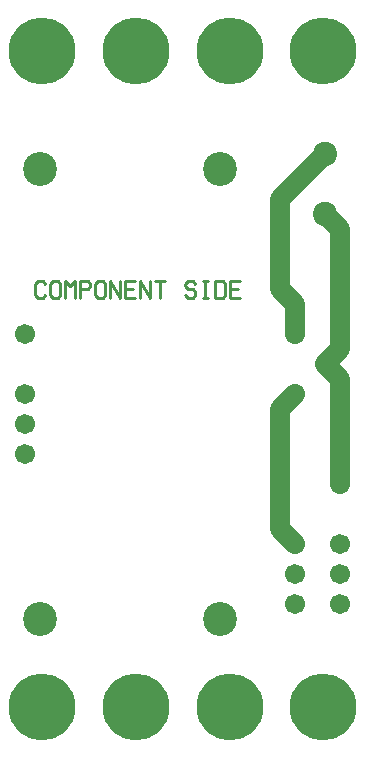
<source format=gtl>
%MOIN*%
%FSLAX25Y25*%
G04 D10 used for Character Trace; *
G04     Circle (OD=.01000) (No hole)*
G04 D11 used for Power Trace; *
G04     Circle (OD=.06700) (No hole)*
G04 D12 used for Signal Trace; *
G04     Circle (OD=.01100) (No hole)*
G04 D13 used for Via; *
G04     Circle (OD=.05800) (Round. Hole ID=.02800)*
G04 D14 used for Component hole; *
G04     Circle (OD=.06500) (Round. Hole ID=.03500)*
G04 D15 used for Component hole; *
G04     Circle (OD=.06700) (Round. Hole ID=.04300)*
G04 D16 used for Component hole; *
G04     Circle (OD=.08100) (Round. Hole ID=.05100)*
G04 D17 used for Component hole; *
G04     Circle (OD=.08900) (Round. Hole ID=.05900)*
G04 D18 used for Component hole; *
G04     Circle (OD=.11300) (Round. Hole ID=.08300)*
G04 D19 used for Component hole; *
G04     Circle (OD=.16000) (Round. Hole ID=.13000)*
G04 D20 used for Component hole; *
G04     Circle (OD=.18300) (Round. Hole ID=.15300)*
G04 D21 used for Component hole; *
G04     Circle (OD=.22291) (Round. Hole ID=.19291)*
%ADD10C,.01000*%
%ADD11C,.06700*%
%ADD12C,.01100*%
%ADD13C,.05800*%
%ADD14C,.06500*%
%ADD15C,.06700*%
%ADD16C,.08100*%
%ADD17C,.08900*%
%ADD18C,.11300*%
%ADD19C,.16000*%
%ADD20C,.18300*%
%ADD21C,.22291*%
%IPPOS*%
%LPD*%
G90*X0Y0D02*D21*X15625Y15625D03*D18*              
X15000Y45000D03*D21*X46875Y15625D03*D18*          
X75000Y45000D03*D21*X78125Y15625D03*D11*          
X100000Y70000D02*X95000Y75000D01*D15*             
X100000Y70000D03*D11*X95000Y75000D02*Y105000D01*  
D14*D03*D11*Y115000D01*X100000Y120000D01*D15*D03* 
X110000Y130000D03*D11*X115000Y125000D01*          
Y105000D01*D14*D03*D11*Y90000D01*D15*D03*         
Y70000D03*X100000Y60000D03*X115000D03*            
X100000Y50000D03*X115000D03*D11*X110000Y130000D02*
X115000Y135000D01*Y155000D01*D14*D03*D11*         
Y175000D01*X110000Y180000D01*D16*D03*D11*         
X95000Y155000D02*Y185000D01*D14*Y155000D03*D11*   
X100000Y150000D01*Y140000D01*D15*D03*D11*         
X95000Y185000D02*X110000Y200000D01*D16*D03*D21*   
X109375Y234375D03*D18*X75000Y195000D03*D21*       
X78125Y234375D03*X46875D03*X15625D03*D18*         
X15000Y195000D03*D10*X16674Y153086D02*            
X15837Y152129D01*X14163D01*X13326Y153086D01*      
Y156914D01*X14163Y157871D01*X15837D01*            
X16674Y156914D01*X21674Y153086D02*                
X20837Y152129D01*X19163D01*X18326Y153086D01*      
Y156914D01*X19163Y157871D01*X20837D01*            
X21674Y156914D01*Y153086D01*X23326Y152129D02*     
Y157871D01*X25000Y155957D01*X26674Y157871D01*     
Y152129D01*X28326D02*Y157871D01*X30837D01*        
X31674Y156914D01*Y155957D01*X30837Y155000D01*     
X28326D01*X36674Y153086D02*X35837Y152129D01*      
X34163D01*X33326Y153086D01*Y156914D01*            
X34163Y157871D01*X35837D01*X36674Y156914D01*      
Y153086D01*X38326Y152129D02*Y157871D01*           
X41674Y152129D01*Y157871D01*X46674Y152129D02*     
X43326D01*Y157871D01*X46674D01*X43326Y155000D02*  
X45837D01*X48326Y152129D02*Y157871D01*            
X51674Y152129D01*Y157871D01*X55000Y152129D02*     
Y157871D01*X53326D02*X56674D01*X66674Y156914D02*  
X65837Y157871D01*X64163D01*X63326Y156914D01*      
Y155957D01*X64163Y155000D01*X65837D01*            
X66674Y154043D01*Y153086D01*X65837Y152129D01*     
X64163D01*X63326Y153086D01*X70000Y152129D02*      
Y157871D01*X69163Y152129D02*X70837D01*            
X69163Y157871D02*X70837D01*X73326Y152129D02*      
Y157871D01*X75837D01*X76674Y156914D01*Y153086D01* 
X75837Y152129D01*X73326D01*X81674D02*X78326D01*   
Y157871D01*X81674D01*X78326Y155000D02*X80837D01*  
D15*X10000Y100000D03*Y140000D03*Y120000D03*       
Y110000D03*D21*X109375Y15625D03*M02*              

</source>
